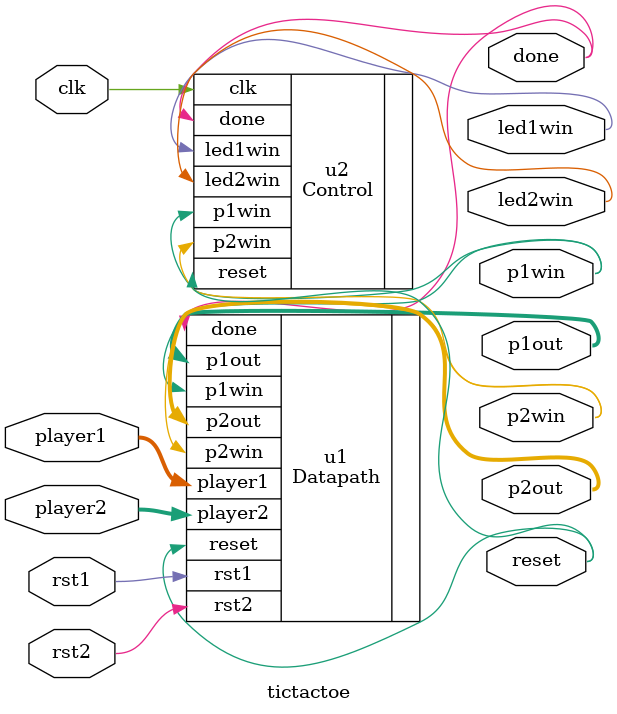
<source format=v>
module tictactoe(
	input clk, rst1, rst2,
	input [8:0] player1, player2,
	output reset, p1win, p2win, led1win, led2win, done,
	output [8:0] p1out, p2out
	);
	
	Datapath u1(
		.rst1(rst1) ,.rst2(rst2),.done(done), .player1(player1), .player2(player2),
		.p1win(p1win), .p2win(p2win), .reset(reset), .p1out(p1out), .p2out(p2out)
	);
	
	Control u2(
		.reset(reset), .clk(clk), .p1win(p1win), .p2win(p2win),
		.done(done), .led1win(led1win), .led2win(led2win)
	);

endmodule
</source>
